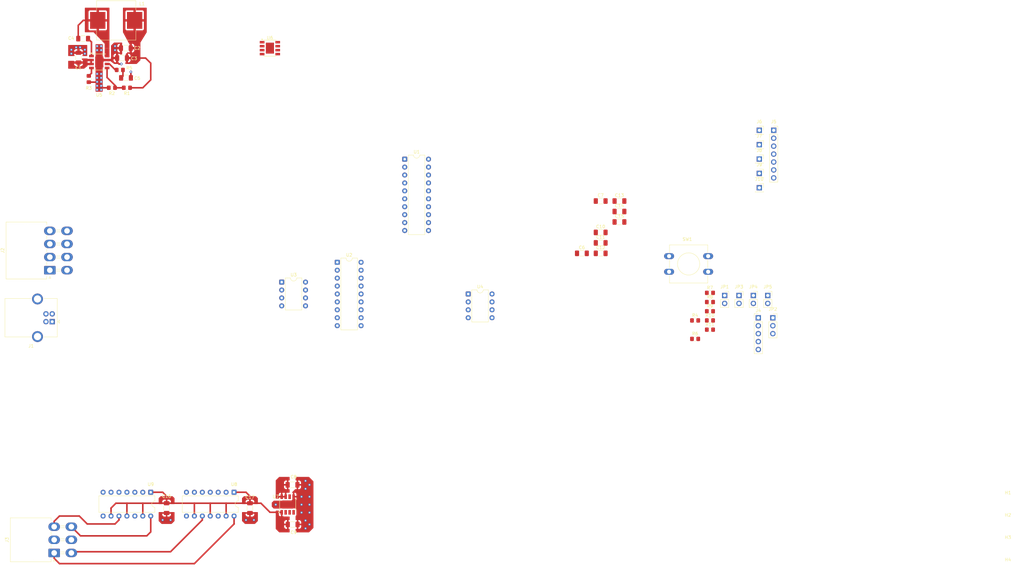
<source format=kicad_pcb>
(kicad_pcb (version 20241229) (generator "pcbnew") (generator_version "9.0")
  (layers (0 "F.Cu" signal) (2 "B.Cu" power) (13 "F.Paste" user) (15 "B.Paste" user) (5 "F.SilkS" user "F.Silkscreen") (7 "B.SilkS" user "B.Silkscreen") (1 "F.Mask" user) (3 "B.Mask" user) (25 "Edge.Cuts" user))
  (net 0 "")
  (net 1 "+12V")
  (net 2 "GND")
  (net 3 "+6.5V")
  (net 4 "Net-(U5-BST)")
  (net 5 "Net-(U5-SW)")
  (net 6 "Net-(C5-Pad2)")
  (net 7 "+5V")
  (net 8 "+5VA")
  (net 9 "Net-(U1-Vusb3v3)")
  (net 10 "Net-(JP1-A)")
  (net 12 "/USB_D+")
  (net 13 "VBUS")
  (net 15 "/USB_D-")
  (net 16 "/CAN_L")
  (net 17 "/Tach")
  (net 18 "/Speed")
  (net 19 "/CAN_H")
  (net 20 "/AN1")
  (net 21 "/AN4")
  (net 22 "/AN2")
  (net 23 "/AN3")
  (net 24 "/ICSP_~{MCLR}")
  (net 25 "/ICSP_CLK")
  (net 26 "/ICSP_DAT")
  (net 27 "/DAC1_~{CS}")
  (net 28 "/MISO")
  (net 29 "/ROM_~{CS}")
  (net 30 "/DAC2_~{CS}")
  (net 31 "/SCK")
  (net 32 "/MOSI")
  (net 33 "/CAN_~{CS}")
  (net 34 "/INT")
  (net 35 "Net-(JP2-A)")
  (net 36 "Net-(JP5-B)")
  (net 37 "Net-(U5-FB)")
  (net 38 "Net-(U5-RT{slash}CLK)")
  (net 39 "/~{MCLR}")
  (net 40 "Net-(U5-COMP)")
  (net 43 "/CLK")
  (net 44 "Net-(U2-RXCAN)")
  (net 49 "Net-(U2-TXCAN)")
  (footprint "Connector_PinSocket_2.54mm:PinSocket_1x02_P2.54mm_Vertical" (layer "F.Cu") (at 268.575 135.1)
    (property "Reference" "JP5")
    (property "Value" "Term")
  )
  (footprint "Package_DIP:DIP-14_W7.62mm" (layer "F.Cu") (at 97.79 198.12 -90)
    (property "Reference" "U8")
    (property "Value" "MCP4912" (hide yes))
  )
  (footprint "Capacitor_SMD:C_1206_3216Metric_Pad1.33x1.80mm_HandSolder" (layer "F.Cu") (at 221.115 111.55)
    (property "Reference" "C15")
    (property "Value" "100n")
  )
  (footprint "Connector_PinSocket_2.54mm:PinSocket_1x02_P2.54mm_Vertical" (layer "F.Cu") (at 259.375 135.1)
    (property "Reference" "JP3")
    (property "Value" "USB_PWR")
  )
  (footprint "Capacitor_SMD:C_1206_3216Metric_Pad1.33x1.80mm_HandSolder" (layer "F.Cu") (at 221.115 104.85)
    (property "Reference" "C13")
    (property "Value" "100n")
  )
  (footprint "Connector_PinHeader_2.54mm:PinHeader_1x05_P2.54mm_Vertical" (layer "F.Cu") (at 265.555 142.25)
    (property "Reference" "J4")
    (property "Value" "ICSP")
  )
  (footprint "Capacitor_SMD:C_1206_3216Metric_Pad1.33x1.80mm_HandSolder" (layer "F.Cu") (at 76.2 203.2 -90)
    (property "Reference" "C16")
    (property "Value" "100n" (hide yes))
  )
  (footprint "Connector_PinSocket_2.54mm:PinSocket_1x03_P2.54mm_Vertical" (layer "F.Cu") (at 270.205 142.25)
    (property "Reference" "JP2")
    (property "Value" "Prog")
  )
  (footprint "Connector_PinSocket_2.54mm:PinSocket_1x07_P2.54mm_Vertical" (layer "F.Cu") (at 270.475 82.2)
    (property "Reference" "J5")
    (property "Value" "SPI debug")
  )
  (footprint "Resistor_SMD:R_0805_2012Metric_Pad1.20x1.40mm_HandSolder" (layer "F.Cu") (at 250.075 137.2)
    (property "Reference" "R8")
    (property "Value" "120")
  )
  (footprint "Resistor_SMD:R_0805_2012Metric_Pad1.20x1.40mm_HandSolder" (layer "F.Cu") (at 63.5 68.58)
    (property "Reference" "R1")
    (property "Value" "73k2" (hide yes))
  )
  (footprint "Connector_PinSocket_2.54mm:PinSocket_1x02_P2.54mm_Vertical" (layer "F.Cu") (at 254.775 135.1)
    (property "Reference" "JP1")
    (property "Value" "~{Prog}")
  )
  (footprint "Capacitor_SMD:C_1206_3216Metric_Pad1.33x1.80mm_HandSolder" (layer "F.Cu") (at 49.4915 52.832)
    (property "Reference" "C4")
    (property "Value" "100n" (hide yes))
  )
  (footprint "Capacitor_SMD:C_1206_3216Metric_Pad1.33x1.80mm_HandSolder" (layer "F.Cu") (at 215.105 121.6)
    (property "Reference" "C12")
    (property "Value" "100n")
  )
  (footprint "Capacitor_SMD:C_1206_3216Metric_Pad1.33x1.80mm_HandSolder" (layer "F.Cu") (at 215.105 118.25)
    (property "Reference" "C11")
    (property "Value" "1u")
  )
  (footprint "Package_DIP:DIP-8_W7.62mm" (layer "F.Cu") (at 172.72 134.62)
    (property "Reference" "U4")
    (property "Value" "25LC160C")
  )
  (footprint "Resistor_SMD:R_0805_2012Metric_Pad1.20x1.40mm_HandSolder" (layer "F.Cu") (at 250.075 143.1)
    (property "Reference" "R10")
    (property "Value" "10k")
  )
  (footprint "Capacitor_SMD:C_1206_3216Metric_Pad1.33x1.80mm_HandSolder" (layer "F.Cu") (at 209.095 121.6)
    (property "Reference" "C6")
    (property "Value" "22u")
  )
  (footprint "Connector_PinSocket_2.54mm:PinSocket_1x01_P2.54mm_Vertical" (layer "F.Cu") (at 265.875 96)
    (property "Reference" "J9")
    (property "Value" "Conn_01x01_Socket")
  )
  (footprint "Capacitor_SMD:C_1206_3216Metric_Pad1.33x1.80mm_HandSolder" (layer "F.Cu") (at 63.2075 65.405 180)
    (property "Reference" "C5")
    (property "Value" "100n" (hide yes))
  )
  (footprint "Resistor_SMD:R_0805_2012Metric_Pad1.20x1.40mm_HandSolder" (layer "F.Cu") (at 51.308 65.77 -90)
    (property "Reference" "R3")
    (property "Value" "50k" (hide yes))
  )
  (footprint "Button_Switch_THT:SW_PUSH-12mm" (layer "F.Cu") (at 237 122.5)
    (property "Reference" "SW1")
    (property "Value" "Reset")
  )
  (footprint "Resistor_SMD:R_0805_2012Metric_Pad1.20x1.40mm_HandSolder" (layer "F.Cu") (at 58.69 68.58)
    (property "Reference" "R2")
    (property "Value" "10k" (hide yes))
  )
  (footprint "Connector_PinSocket_2.54mm:PinSocket_1x01_P2.54mm_Vertical" (layer "F.Cu") (at 265.875 86.8)
    (property "Reference" "J7")
    (property "Value" "Conn_01x01_Socket")
  )
  (footprint "Connector_Molex:Molex_Mini-Fit_Jr_5569-06A2_2x03_P4.20mm_Horizontal" (layer "F.Cu") (at 40.22 217.56 90)
    (property "Reference" "J3")
    (property "Value" "Analog")
  )
  (footprint "Resistor_SMD:R_0805_2012Metric_Pad1.20x1.40mm_HandSolder" (layer "F.Cu") (at 250.075 146.05)
    (property "Reference" "R11")
    (property "Value" "10k")
  )
  (footprint "Connector_Molex:Molex_Mini-Fit_Jr_5569-08A2_2x04_P4.20mm_Horizontal" (layer "F.Cu") (at 38.835 127 90)
    (property "Reference" "J2")
    (property "Value" "Conn_02x04_Top_Bottom")
  )
  (footprint "Capacitor_SMD:C_1206_3216Metric_Pad1.33x1.80mm_HandSolder" (layer "F.Cu") (at 221.115 108.2)
    (property "Reference" "C14")
    (property "Value" "100n")
  )
  (footprint "Resistor_SMD:R_0805_2012Metric_Pad1.20x1.40mm_HandSolder" (layer "F.Cu") (at 61.23 62.865 180)
    (property "Reference" "R5")
    (property "Value" "12k" (hide yes))
  )
  (footprint "Package_DIP:DIP-14_W7.62mm" (layer "F.Cu") (at 71.12 198.12 -90)
    (property "Reference" "U9")
    (property "Value" "MCP4912" (hide yes))
  )
  (footprint "Connector_USB:USB_B_OST_USB-B1HSxx_Horizontal" (layer "F.Cu") (at 39.5975 143.49 180)
    (property "Reference" "J1")
    (property "Value" "USB_B")
  )
  (footprint "Capacitor_SMD:C_1206_3216Metric_Pad1.33x1.80mm_HandSolder" (layer "F.Cu") (at 116.4975 195.73875)
    (property "Reference" "C8")
    (property "Value" "22u" (hide yes))
  )
  (footprint "MountingHole:MountingHole_3.2mm_M3_DIN965" (layer "F.Cu") (at 345.44 209.22)
    (property "Reference" "H2")
    (property "Value" "MountingHole")
  )
  (footprint "MountingHole:MountingHole_3.2mm_M3_DIN965" (layer "F.Cu") (at 345.44 216.37)
    (property "Reference" "H3")
    (property "Value" "MountingHole")
  )
  (footprint "Package_SO:Diodes_SO-8EP" (layer "F.Cu") (at 114.935 202.04625 90)
    (property "Reference" "U7")
    (property "Value" "AP7375Q" (hide yes))
  )
  (footprint "Connector_PinSocket_2.54mm:PinSocket_1x01_P2.54mm_Vertical" (layer "F.Cu") (at 265.875 100.6)
    (property "Reference" "J10")
    (property "Value" "Conn_01x01_Socket")
  )
  (footprint "MountingHole:MountingHole_3.2mm_M3_DIN965" (layer "F.Cu") (at 345.44 223.52)
    (property "Reference" "H4")
    (property "Value" "MountingHole")
  )
  (footprint "Connector_PinSocket_2.54mm:PinSocket_1x02_P2.54mm_Vertical" (layer "F.Cu") (at 263.975 135.1)
    (property "Reference" "JP4")
    (property "Value" "USB_PWR")
  )
  (footprint "Capacitor_SMD:C_1206_3216Metric_Pad1.33x1.80mm_HandSolder" (layer "F.Cu") (at 48.006 58.928 90)
    (property "Reference" "C1")
    (property "Value" "22u" (hide yes))
  )
  (footprint "Connector_PinSocket_2.54mm:PinSocket_1x01_P2.54mm_Vertical" (layer "F.Cu") (at 265.875 82.2)
    (property "Reference" "J6")
    (property "Value" "Conn_01x01_Socket")
  )
  (footprint "Package_DIP:DIP-20_W7.62mm" (layer "F.Cu") (at 152.4 91.44)
    (property "Reference" "U1")
    (property "Value" "PIC16F1459-IP")
  )
  (footprint "Package_SO:Diodes_SO-8EP" (layer "F.Cu") (at 54.6525 60.325)
    (property "Reference" "U5")
    (property "Value" "AP64100Q" (hide yes))
  )
  (footprint "Resistor_SMD:R_0805_2012Metric_Pad1.20x1.40mm_HandSolder" (layer "F.Cu") (at 250.075 140.15)
    (property "Reference" "R9")
    (property "Value" "10k")
  )
  (footprint "Inductor_SMD:L_Wuerth_WE-PD-Typ-LS_Handsoldering" (layer "F.Cu") (at 60.071 46.99)
    (property "Reference" "L1")
    (property "Value" "15u" (hide yes))
  )
  (footprint "Package_DIP:DIP-18_W7.62mm" (layer "F.Cu") (at 130.815 124.46)
    (property "Reference" "U2")
    (property "Value" "MCP2515-I/P")
  )
  (footprint "Capacitor_SMD:C_1206_3216Metric_Pad1.33x1.80mm_HandSolder" (layer "F.Cu") (at 61.9375 59.055)
    (property "Reference" "C3")
    (property "Value" "22u" (hide yes))
  )
  (footprint "Resistor_SMD:R_0805_2012Metric_Pad1.20x1.40mm_HandSolder" (layer "F.Cu") (at 250.075 134.25)
    (property "Reference" "R7")
    (property "Value" "10k")
  )
  (footprint "Capacitor_SMD:C_1206_3216Metric_Pad1.33x1.80mm_HandSolder" (layer "F.Cu") (at 215.105 114.9)
    (property "Reference" "C10")
    (property "Value" "100n")
  )
  (footprint "Capacitor_SMD:C_1206_3216Metric_Pad1.33x1.80mm_HandSolder" (layer "F.Cu") (at 63.1575 55.88)
    (property "Reference" "C2")
    (property "Value" "22u" (hide yes))
  )
  (footprint "Connector_PinSocket_2.54mm:PinSocket_1x01_P2.54mm_Vertical" (layer "F.Cu") (at 265.875 91.4)
    (property "Reference" "J8")
    (property "Value" "Conn_01x01_Socket")
  )
  (footprint "Resistor_SMD:R_0805_2012Metric_Pad1.20x1.40mm_HandSolder" (layer "F.Cu") (at 245.325 149)
    (property "Reference" "R6")
    (property "Value" "10k")
  )
  (footprint "Capacitor_SMD:C_1206_3216Metric_Pad1.33x1.80mm_HandSolder" (layer "F.Cu") (at 116.5475 208.43875)
    (property "Reference" "C9")
    (property "Value" "22u" (hide yes))
  )
  (footprint "MountingHole:MountingHole_3.2mm_M3_DIN965" (layer "F.Cu") (at 345.44 202.07)
    (property "Reference" "H1")
    (property "Value" "MountingHole")
  )
  (footprint "Package_DIP:DIP-8_W7.62mm" (layer "F.Cu") (at 113.035 130.81)
    (property "Reference" "U3")
    (property "Value" "MCP2561-E-P")
  )
  (footprint "Capacitor_SMD:C_1206_3216Metric_Pad1.33x1.80mm_HandSolder" (layer "F.Cu") (at 102.87 203.2 -90)
    (property "Reference" "C17")
    (property "Value" "100n" (hide yes))
  )
  (footprint "Capacitor_SMD:C_1206_3216Metric_Pad1.33x1.80mm_HandSolder" (layer "F.Cu") (at 215.105 104.85)
    (property "Reference" "C7")
    (property "Value" "22u")
  )
  (footprint "Package_SO:Diodes_SO-8EP" (layer "F.Cu") (at 109.2625 55.88)
    (property "Reference" "U6")
    (property "Value" "AP7375Q")
  )
  (footprint "Resistor_SMD:R_0805_2012Metric_Pad1.20x1.40mm_HandSolder" (layer "F.Cu") (at 245.325 143.1)
    (property "Reference" "R4")
    (property "Value" "220")
  )
  (segment (start 61.722 60.96) (end 60.96 60.96) (width 0.508) (layer "F.Cu") (net 2))
  (segment (start 53.88 66.77) (end 53.975 66.675) (width 0.508) (layer "F.Cu") (net 2))
  (segment (start 57.69 68.58) (end 55.88 68.58) (width 0.508) (layer "F.Cu") (net 2))
  (segment (start 60.96 60.96) (end 60.375 60.375) (width 0.508) (layer "F.Cu") (net 2))
  (segment (start 60.375 60.375) (end 60.375 59.055) (width 0.508) (layer "F.Cu") (net 2))
  (segment (start 55.88 68.58) (end 55.245 67.945) (width 0.508) (layer "F.Cu") (net 2))
  (segment (start 51.308 66.77) (end 53.88 66.77) (width 0.508) (layer "F.Cu") (net 2))
  (segment (start 64.77 65.405) (end 64.77 63.5) (width 0.508) (layer "F.Cu") (net 2))
  (via (at 121.92 199.54875) (size 0.8128) (drill 0.4) (layers "F.Cu" "B.Cu") (net 2))
  (via (at 74.93 207.01) (size 0.8128) (drill 0.4) (layers "F.Cu" "B.Cu") (net 2))
  (via (at 47.244 55.626) (size 0.8128) (drill 0.4) (layers "F.Cu" "B.Cu") (net 2))
  (via (at 55.245 69.215) (size 0.8128) (drill 0.4) (layers "F.Cu" "B.Cu") (net 2))
  (via (at 53.975 69.215) (size 0.8128) (drill 0.4) (layers "F.Cu" "B.Cu") (net 2))
  (via (at 120.65 194.46875) (size 0.8128) (drill 0.4) (layers "F.Cu" "B.Cu") (net 2))
  (via (at 53.975 56.515) (size 0.8128) (drill 0.4) (layers "F.Cu" "B.Cu") (net 2))
  (via (at 119.38 199.54875) (size 0.8128) (drill 0.4) (layers "F.Cu" "B.Cu") (net 2))
  (via (at 53.975 65.405) (size 0.8128) (drill 0.4) (layers "F.Cu" "B.Cu") (net 2))
  (via (at 120.65 209.70875) (size 0.8128) (drill 0.4) (layers "F.Cu" "B.Cu") (net 2))
  (via (at 59.69 55.245) (size 0.8128) (drill 0.4) (layers "F.Cu" "B.Cu") (net 2))
  (via (at 55.245 56.515) (size 0.8128) (drill 0.4) (layers "F.Cu" "B.Cu") (net 2))
  (via (at 121.92 208.43875) (size 0.8128) (drill 0.4) (layers "F.Cu" "B.Cu") (net 2))
  (via (at 55.245 67.945) (size 0.8128) (drill 0.4) (layers "F.Cu" "B.Cu") (net 2))
  (via (at 120.65 207.16875) (size 0.8128) (drill 0.4) (layers "F.Cu" "B.Cu") (net 2))
  (via (at 45.72 57.658) (size 0.8128) (drill 0.4) (layers "F.Cu" "B.Cu") (net 2))
  (via (at 120.65 197.00875) (size 0.8128) (drill 0.4) (layers "F.Cu" "B.Cu") (net 2))
  (via (at 101.6 207.01) (size 0.8128) (drill 0.4) (layers "F.Cu" "B.Cu") (net 2))
  (via (at 55.245 66.675) (size 0.8128) (drill 0.4) (layers "F.Cu" "B.Cu") (net 2))
  (via (at 61.722 60.96) (size 0.8128) (drill 0.4) (layers "F.Cu" "B.Cu") (net 2))
  (via (at 45.72 56.388) (size 0.8128) (drill 0.4) (layers "F.Cu" "B.Cu") (net 2))
  (via (at 119.38 204.62875) (size 0.8128) (drill 0.4) (layers "F.Cu" "B.Cu") (net 2))
  (via (at 55.245 65.405) (size 0.8128) (drill 0.4) (layers "F.Cu" "B.Cu") (net 2))
  (via (at 119.38 202.08875) (size 0.8128) (drill 0.4) (layers "F.Cu" "B.Cu") (net 2))
  (via (at 121.92 195.73875) (size 0.8128) (drill 0.4) (layers "F.Cu" "B.Cu") (net 2))
  (via (at 59.69 56.515) (size 0.8128) (drill 0.4) (layers "F.Cu" "B.Cu") (net 2))
  (via (at 50.038 56.388) (size 0.8128) (drill 0.4) (layers "F.Cu" "B.Cu") (net 2))
  (via (at 53.975 67.945) (size 0.8128) (drill 0.4) (layers "F.Cu" "B.Cu") (net 2))
  (via (at 50.038 57.658) (size 0.8128) (drill 0.4) (layers "F.Cu" "B.Cu") (net 2))
  (via (at 121.92 202.08875) (size 0.8128) (drill 0.4) (layers "F.Cu" "B.Cu") (net 2))
  (via (at 53.975 66.675) (size 0.8128) (drill 0.4) (layers "F.Cu" "B.Cu") (net 2))
  (via (at 48.514 55.626) (size 0.8128) (drill 0.4) (layers "F.Cu" "B.Cu") (net 2))
  (via (at 77.47 207.01) (size 0.8128) (drill 0.4) (layers "F.Cu" "B.Cu") (net 2))
  (via (at 64.77 63.5) (size 0.8128) (drill 0.4) (layers "F.Cu" "B.Cu") (net 2))
  (via (at 104.14 207.01) (size 0.8128) (drill 0.4) (layers "F.Cu" "B.Cu") (net 2))
  (via (at 53.975 64.135) (size 0.8128) (drill 0.4) (layers "F.Cu" "B.Cu") (net 2))
  (via (at 53.975 55.245) (size 0.8128) (drill 0.4) (layers "F.Cu" "B.Cu") (net 2))
  (via (at 121.92 204.62875) (size 0.8128) (drill 0.4) (layers "F.Cu" "B.Cu") (net 2))
  (via (at 55.245 64.135) (size 0.8128) (drill 0.4) (layers "F.Cu" "B.Cu") (net 2))
  (via (at 111.125 202.08875) (size 0.8128) (drill 0.4) (layers "F.Cu" "B.Cu") (net 2))
  (via (at 55.245 55.245) (size 0.8128) (drill 0.4) (layers "F.Cu" "B.Cu") (net 2))
  (segment (start 68.58 68.58) (end 71.12 66.04) (width 0.508) (layer "F.Cu") (net 3))
  (segment (start 71.12 60.706) (end 69.469 59.055) (width 0.508) (layer "F.Cu") (net 3))
  (segment (start 64.5 68.58) (end 68.58 68.58) (width 0.508) (layer "F.Cu") (net 3))
  (segment (start 69.469 59.055) (end 63.5 59.055) (width 0.508) (layer "F.Cu") (net 3))
  (segment (start 71.12 66.04) (end 71.12 60.706) (width 0.508) (layer "F.Cu") (net 3))
  (segment (start 52.155 53.933) (end 51.054 52.832) (width 0.508) (layer "F.Cu") (net 4))
  (segment (start 52.155 58.42) (end 52.155 53.933) (width 0.508) (layer "F.Cu") (net 4))
  (segment (start 49.53 46.99) (end 54.171 46.99) (width 0.508) (layer "F.Cu") (net 5))
  (segment (start 47.929 48.591) (end 49.53 46.99) (width 0.508) (layer "F.Cu") (net 5))
  (segment (start 47.929 52.832) (end 47.929 48.591) (width 0.508) (layer "F.Cu") (net 5))
  (segment (start 62.23 62.865) (end 62.23 64.82) (width 0.508) (layer "F.Cu") (net 6))
  (segment (start 62.23 64.82) (end 61.645 65.405) (width 0.508) (layer "F.Cu") (net 6))
  (segment (start 59.9825 201.6375) (end 58.42 203.2) (width 0.508) (layer "F.Cu") (net 8))
  (segment (start 95.25 205.74) (end 95.25 201.6375) (width 0.508) (layer "F.Cu") (net 8))
  (segment (start 109.29375 204.54375) (end 106.3875 201.6375) (width 0.508) (layer "F.Cu") (net 8))
  (segment (start 68.58 205.74) (end 68.58 201.6375) (width 0.508) (layer "F.Cu") (net 8))
  (segment (start 76.2 199.39) (end 76.2 201.6375) (width 0.508) (layer "F.Cu") (net 8))
  (segment (start 102.87 199.39) (end 102.87 201.6375) (width 0.508) (layer "F.Cu") (net 8))
  (segment (start 71.12 198.12) (end 74.93 198.12) (width 0.508) (layer "F.Cu") (net 8))
  (segment (start 74.93 198.12) (end 76.2 199.39) (width 0.508) (layer "F.Cu") (net 8))
  (segment (start 63.5 201.6375) (end 59.9825 201.6375) (width 0.508) (layer "F.Cu") (net 8))
  (segment (start 95.25 201.6375) (end 90.17 201.6375) (width 0.508) (layer "F.Cu") (net 8))
  (segment (start 68.58 201.6375) (end 63.5 201.6375) (width 0.508) (layer "F.Cu") (net 8))
  (segment (start 102.87 201.6375) (end 95.25 201.6375) (width 0.508) (layer "F.Cu") (net 8))
  (segment (start 90.17 201.6375) (end 85.09 201.6375) (width 0.508) (layer "F.Cu") (net 8))
  (segment (start 97.79 198.12) (end 101.6 198.12) (width 0.508) (layer "F.Cu") (net 8))
  (segment (start 85.09 205.74) (end 85.09 201.6375) (width 0.508) (layer "F.Cu") (net 8))
  (segment (start 101.6 198.12) (end 102.87 199.39) (width 0.508) (layer "F.Cu") (net 8))
  (segment (start 106.3875 201.6375) (end 102.87 201.6375) (width 0.508) (layer "F.Cu") (net 8))
  (segment (start 58.42 203.2) (end 58.42 205.74) (width 0.508) (layer "F.Cu") (net 8))
  (segment (start 76.2 201.6375) (end 68.58 201.6375) (width 0.508) (layer "F.Cu") (net 8))
  (segment (start 85.09 201.6375) (end 76.2 201.6375) (width 0.508) (layer "F.Cu") (net 8))
  (segment (start 63.5 205.74) (end 63.5 201.6375) (width 0.508) (layer "F.Cu") (net 8))
  (segment (start 113.03 204.54375) (end 109.29375 204.54375) (width 0.508) (layer "F.Cu") (net 8))
  (segment (start 90.17 205.74) (end 90.17 201.6375) (width 0.508) (layer "F.Cu") (net 8))
  (segment (start 97.79 205.74) (end 97.79 208.28) (width 0.508) (layer "F.Cu") (net 20))
  (segment (start 85.09 220.98) (end 41.91 220.98) (width 0.508) (layer "F.Cu") (net 20))
  (segment (start 40.22 219.29) (end 40.22 217.56) (width 0.508) (layer "F.Cu") (net 20))
  (segment (start 41.91 220.98) (end 40.22 219.29) (width 0.508) (layer "F.Cu") (net 20))
  (segment (start 97.79 208.28) (end 85.09 220.98) (width 0.508) (layer "F.Cu") (net 20))
  (segment (start 48.26 205.74) (end 41.91 205.74) (width 0.508) (layer "F.Cu") (net 21))
  (segment (start 50.8 208.28) (end 48.26 205.74) (width 0.508) (layer "F.Cu") (net 21))
  (segment (start 41.91 205.74) (end 40.22 207.43) (width 0.508) (layer "F.Cu") (net 21))
  (segment (start 60.96 207.01) (end 59.69 208.28) (width 0.508) (layer "F.Cu") (net 21))
  (segment (start 40.22 207.43) (end 40.22 209.16) (width 0.508) (layer "F.Cu") (net 21))
  (segment (start 59.69 208.28) (end 50.8 208.28) (width 0.508) (layer "F.Cu") (net 21))
  (segment (start 60.96 205.74) (end 60.96 207.01) (width 0.508) (layer "F.Cu") (net 21))
  (segment (start 87.63 205.74) (end 87.63 207.01) (width 0.508) (layer "F.Cu") (net 22))
  (segment (start 46.11 217.17) (end 45.72 217.56) (width 0.508) (layer "F.Cu") (net 22))
  (segment (start 87.63 207.01) (end 77.47 217.17) (width 0.508) (layer "F.Cu") (net 22))
  (segment (start 77.47 217.17) (end 46.11 217.17) (width 0.508) (layer "F.Cu") (net 22))
  (segment (start 69.85 212.09) (end 48.65 212.09) (width 0.508) (layer "F.Cu") (net 23))
  (segment (start 71.12 205.74) (end 71.12 210.82) (width 0.508) (layer "F.Cu") (net 23))
  (segment (start 48.65 212.09) (end 45.72 209.16) (width 0.508) (layer "F.Cu") (net 23))
  (segment (start 71.12 210.82) (end 69.85 212.09) (width 0.508) (layer "F.Cu") (net 23))
  (segment (start 59.69 67.818) (end 57.15 65.278) (width 0.508) (layer "F.Cu") (net 37))
  (segment (start 59.69 68.58) (end 59.69 67.818) (width 0.508) (layer "F.Cu") (net 37))
  (segment (start 59.69 68.58) (end 62.5 68.58) (width 0.508) (layer "F.Cu") (net 37))
  (segment (start 57.15 65.278) (end 57.15 62.23) (width 0.508) (layer "F.Cu") (net 37))
  (segment (start 52.155 63.923) (end 51.308 64.77) (width 0.508) (layer "F.Cu") (net 38))
  (segment (start 52.155 62.23) (end 52.155 63.923) (width 0.508) (layer "F.Cu") (net 38))
  (segment (start 57.912 60.96) (end 59.817 62.865) (width 0.508) (layer "F.Cu") (net 40))
  (segment (start 59.817 62.865) (end 60.23 62.865) (width 0.508) (layer "F.Cu") (net 40))
  (segment (start 57.15 60.96) (end 57.912 60.96) (width 0.508) (layer "F.Cu") (net 40))
  (zone (net 2) (net_name "GND") (layer "F.Cu") (priority 12) (connect_pads (clearance 0.5)) (min_thickness 0.25) (fill yes (thermal_gap 0.508) (thermal_bridge_width 0.508) (island_removal_mode 1) (island_area_min 9.999999))
    (polygon (pts (xy 100.33 204.47) (xy 105.41 204.47) (xy 105.41 207.3275) (xy 104.4575 208.28) (xy 101.2825 208.28) (xy 100.33 207.3275)))
  )
  (zone (net 2) (net_name "GND") (layer "F.Cu") (priority 7) (connect_pads yes (clearance 0.5)) (min_thickness 0.25) (fill yes (thermal_gap 0.508) (thermal_bridge_width 0.762) (island_removal_mode 1) (island_area_min 9.999999))
    (polygon (pts (xy 109.855 202.72375) (xy 110.49 203.35875) (xy 120.65 203.35875) (xy 120.65 198.27875) (xy 116.205 198.27875) (xy 116.205 200.81875) (xy 110.49 200.81875) (xy 109.855 201.45375)))
  )
  (zone (net 5) (net_name "Net-(U5-SW)") (layer "F.Cu") (priority 4) (connect_pads (clearance 0.5)) (min_thickness 0.25) (fill yes (thermal_gap 0.508) (thermal_bridge_width 0.762) (island_removal_mode 1) (island_area_min 9.999999))
    (polygon (pts (xy 56.388 55.88) (xy 56.388 54.492769) (xy 52.832 50.8) (xy 50.038 50.8) (xy 50.038 42.926) (xy 57.912 42.926) (xy 57.912 55.88)))
  )
  (zone (net 8) (net_name "+5VA") (layer "F.Cu") (priority 11) (connect_pads (clearance 0.5)) (min_thickness 0.25) (fill yes (thermal_gap 0.508) (thermal_bridge_width 0.508) (island_removal_mode 1) (island_area_min 9.999999))
    (polygon (pts (xy 100.33 201.93) (xy 105.41 201.93) (xy 105.41 200.025) (xy 104.775 199.39) (xy 100.965 199.39) (xy 100.33 200.025)))
  )
  (zone (net 2) (net_name "GND") (layer "F.Cu") (connect_pads (clearance 0.5)) (min_thickness 0.25) (fill yes (thermal_gap 0.508) (thermal_bridge_width 0.762) (island_removal_mode 1) (island_area_min 9.999999))
    (polygon (pts (xy 44.704 58.42) (xy 44.704 54.864) (xy 50.8 54.864) (xy 50.8 58.42)))
  )
  (zone (net 2) (net_name "GND") (layer "F.Cu") (priority 12) (connect_pads (clearance 0.5)) (min_thickness 0.25) (fill yes (thermal_gap 0.508) (thermal_bridge_width 0.508) (island_removal_mode 1) (island_area_min 9.999999))
    (polygon (pts (xy 73.66 204.47) (xy 78.74 204.47) (xy 78.74 207.3275) (xy 77.7875 208.28) (xy 74.6125 208.28) (xy 73.66 207.3275)))
  )
  (zone (net 2) (net_name "GND") (layer "F.Cu") (priority 2) (connect_pads (clearance 0.5)) (min_thickness 0.25) (fill yes (thermal_gap 0.508) (thermal_bridge_width 0.762))
    (polygon (pts (xy 56.642 59.182) (xy 57.9755 59.182) (xy 58.42 58.7375) (xy 58.42 55.0545) (xy 59.3725 54.102) (xy 61.976 54.102) (xy 61.976 57.912) (xy 60.96 57.912) (xy 60.96 60.579) (xy 60.579 60.96) (xy 59.436 60.96) (xy 58.42 60.198) (xy 56.642 60.198)))
  )
  (zone (net 2) (net_name "GND") (layer "F.Cu") (priority 8) (connect_pads (clearance 0.5)) (min_thickness 0.25) (fill yes (thermal_gap 0.508) (thermal_bridge_width 0.508) (island_removal_mode 1) (island_area_min 9.999999))
    (polygon (pts (xy 117.475 210.97875) (xy 121.76125 210.97875) (xy 123.19 209.55) (xy 123.19 194.6275) (xy 121.76125 193.19875) (xy 117.475 193.19875) (xy 117.475 197.00875) (xy 116.205 198.27875) (xy 116.205 200.18375) (xy 117.475 200.18375)))
  )
  (zone (net 5) (net_name "Net-(U5-SW)") (layer "F.Cu") (priority 3) (connect_pads yes (clearance 0.5)) (min_thickness 0.25) (fill yes (thermal_gap 0.508) (thermal_bridge_width 0.762) (island_removal_mode 1) (island_area_min 9.999999))
    (polygon (pts (xy 56.388 58.928) (xy 57.912 58.928) (xy 57.912 54.61) (xy 56.388 54.61)))
  )
  (zone (net 3) (net_name "+6.5V") (layer "F.Cu") (priority 5) (connect_pads (clearance 0.5)) (min_thickness 0.25) (fill yes (thermal_gap 0.508) (thermal_bridge_width 0.762) (island_removal_mode 1) (island_area_min 9.999999))
    (polygon (pts (xy 62.992 60.96) (xy 62.992 57.912) (xy 64.262 56.642) (xy 64.262 54.573714) (xy 62.23 50.8) (xy 62.23 42.926) (xy 69.85 42.926) (xy 69.85 50.8) (xy 67.818 54.102) (xy 67.818 59.7535) (xy 66.6115 60.96)))
  )
  (zone (net 8) (net_name "+5VA") (layer "F.Cu") (priority 11) (connect_pads (clearance 0.5)) (min_thickness 0.25) (fill yes (thermal_gap 0.508) (thermal_bridge_width 0.508) (island_removal_mode 1) (island_area_min 9.999999))
    (polygon (pts (xy 73.66 201.93) (xy 78.74 201.93) (xy 78.74 200.025) (xy 78.105 199.39) (xy 74.295 199.39) (xy 73.66 200.025)))
  )
  (zone (net 2) (net_name "GND") (layer "F.Cu") (priority 1) (connect_pads yes (clearance 0.5)) (min_thickness 0.25) (fill yes (thermal_gap 0.3048) (thermal_bridge_width 0.762))
    (polygon (pts (xy 53.467 54.61) (xy 53.467 69.85) (xy 55.753 69.85) (xy 55.753 60.706) (xy 56.134 60.198) (xy 58.039 60.198) (xy 58.039 59.182) (xy 56.134 59.182) (xy 55.753 58.6105) (xy 55.753 54.61)))
  )
  (zone (net 3) (net_name "+6.5V") (layer "F.Cu") (priority 10) (connect_pads (clearance 0.5)) (min_thickness 0.25) (fill yes (thermal_gap 0.508) (thermal_bridge_width 0.508) (island_removal_mode 1) (island_area_min 9.999999))
    (polygon (pts (xy 115.57 193.19875) (xy 115.57 198.27875) (xy 114.935 198.27875) (xy 114.935 200.18375) (xy 111.125 200.18375) (xy 111.125 194.31) (xy 112.23625 193.19875)))
  )
  (zone (net 1) (net_name "+12V") (layer "F.Cu") (priority 6) (connect_pads (clearance 0.5)) (min_thickness 0.25) (fill yes (thermal_gap 0.508) (thermal_bridge_width 0.762) (island_removal_mode 1) (island_area_min 9.999999))
    (polygon (pts (xy 44.704 59.944) (xy 48.006 59.944) (xy 49.275999 59.182) (xy 52.324 59.182) (xy 52.324 61.468) (xy 51.054 61.468) (xy 49.784 62.484) (xy 44.704 62.484)))
  )
  (zone (net 8) (net_name "+5VA") (layer "F.Cu") (priority 9) (connect_pads (clearance 0.5)) (min_thickness 0.25) (fill yes (thermal_gap 0.508) (thermal_bridge_width 0.508) (island_removal_mode 1) (island_area_min 9.999999))
    (polygon (pts (xy 115.57 210.97875) (xy 112.23625 210.97875) (xy 111.125 209.8675) (xy 111.125 203.99375) (xy 113.665 203.99375) (xy 113.665 205.89875) (xy 115.57 205.89875)))
  )
)
</source>
